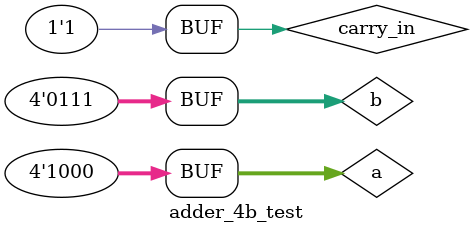
<source format=v>
`define DELAY 20
module adder_4b_test(); 
	reg [3:0]a, b;
	reg carry_in;
	wire [3:0]sum;
	wire carry_out;

	full_adder_4b fatb (a, b, carry_in,sum, carry_out);

	initial begin
	a = 4'b0000; b = 4'b0000; carry_in = 1'b0;
	#`DELAY;
	a = 4'b0010; b = 4'b0000; carry_in = 1'b1;	
	#`DELAY;
	a = 4'b0110; b = 4'b0001; carry_in = 1'b1;
	#`DELAY;
	a = 4'b1000; b = 4'b0111; carry_in = 1'b1;
	end
 
 
	initial
		begin
			$monitor("time = %2d, a =%4b, b=%4b, carry_in=%1b, sum =%4b, carry_out=%1b", $time, a, b, carry_in, sum, carry_out);
		end
 
endmodule
</source>
